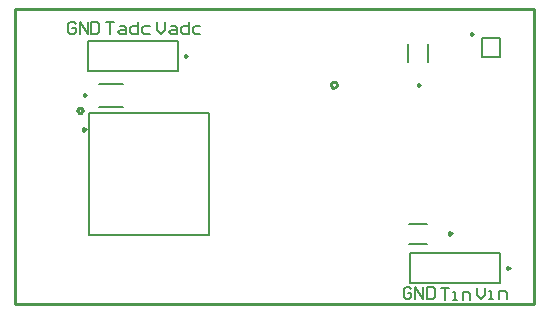
<source format=gto>
G04*
G04 #@! TF.GenerationSoftware,Altium Limited,Altium Designer,20.2.7 (254)*
G04*
G04 Layer_Color=65535*
%FSLAX43Y43*%
%MOMM*%
G71*
G04*
G04 #@! TF.SameCoordinates,DF3CF367-A293-4906-87DF-23C10940DAFD*
G04*
G04*
G04 #@! TF.FilePolarity,Positive*
G04*
G01*
G75*
%ADD10C,0.254*%
%ADD11C,0.250*%
%ADD12C,0.200*%
D10*
X27306Y18557D02*
X27203Y18771D01*
X26972Y18823D01*
X26787Y18676D01*
Y18439D01*
X26972Y18292D01*
X27203Y18344D01*
X27306Y18557D01*
X5782Y16420D02*
X5659Y16632D01*
X5414D01*
X5292Y16420D01*
X5414Y16208D01*
X5659D01*
X5782Y16420D01*
X44000Y18750D02*
Y25000D01*
Y0D02*
Y6250D01*
X0Y0D02*
Y25000D01*
X44000D01*
Y6250D02*
Y18750D01*
X0Y0D02*
X44000D01*
D11*
X14585Y21000D02*
X14398Y21108D01*
Y20892D01*
X14585Y21000D01*
X41907Y3066D02*
X41720Y3175D01*
Y2958D01*
X41907Y3066D01*
X37006Y5984D02*
X36818Y6092D01*
Y5875D01*
X37006Y5984D01*
X38836Y22874D02*
X38648Y22982D01*
Y22765D01*
X38836Y22874D01*
X34362Y18538D02*
X34175Y18646D01*
Y18430D01*
X34362Y18538D01*
X6011Y14781D02*
X5824Y14890D01*
Y14673D01*
X6011Y14781D01*
X6044Y17696D02*
X5857Y17804D01*
Y17587D01*
X6044Y17696D01*
D12*
X6190Y19755D02*
X13810D01*
X6190Y22245D02*
X13810D01*
Y19755D02*
Y22245D01*
X6190Y19755D02*
Y22245D01*
X33512Y1821D02*
X41132D01*
X33512Y4311D02*
X41132D01*
Y1821D02*
Y4311D01*
X33512Y1821D02*
Y4311D01*
X33431Y5084D02*
X34931D01*
X33431Y6784D02*
X34931D01*
X39566Y20914D02*
Y22514D01*
X41126D01*
X39566Y20914D02*
X41126D01*
Y22514D01*
X33337Y20488D02*
Y21988D01*
X35037Y20488D02*
Y21988D01*
X6276Y16166D02*
X16476D01*
X6276Y5806D02*
Y16166D01*
Y5806D02*
X16476D01*
Y16166D01*
X7169Y16721D02*
X9169D01*
X7169Y18671D02*
X9169D01*
X39172Y1400D02*
Y733D01*
X39505Y400D01*
X39838Y733D01*
Y1400D01*
X40171Y400D02*
X40505D01*
X40338D01*
Y1067D01*
X40171D01*
X41005Y400D02*
Y1067D01*
X41504D01*
X41671Y900D01*
Y400D01*
X36096Y1379D02*
X36763D01*
X36430D01*
Y379D01*
X37096D02*
X37429D01*
X37263D01*
Y1045D01*
X37096D01*
X37929Y379D02*
Y1045D01*
X38429D01*
X38596Y879D01*
Y379D01*
X33603Y1254D02*
X33436Y1421D01*
X33103D01*
X32936Y1254D01*
Y588D01*
X33103Y421D01*
X33436D01*
X33603Y588D01*
Y921D01*
X33269D01*
X33936Y421D02*
Y1421D01*
X34602Y421D01*
Y1421D01*
X34935D02*
Y421D01*
X35435D01*
X35602Y588D01*
Y1254D01*
X35435Y1421D01*
X34935D01*
X7772Y23876D02*
X8438D01*
X8105D01*
Y22877D01*
X8938Y23543D02*
X9271D01*
X9438Y23376D01*
Y22877D01*
X8938D01*
X8771Y23043D01*
X8938Y23210D01*
X9438D01*
X10437Y23876D02*
Y22877D01*
X9938D01*
X9771Y23043D01*
Y23376D01*
X9938Y23543D01*
X10437D01*
X11437D02*
X10937D01*
X10771Y23376D01*
Y23043D01*
X10937Y22877D01*
X11437D01*
X12069Y23876D02*
Y23210D01*
X12402Y22877D01*
X12736Y23210D01*
Y23876D01*
X13236Y23543D02*
X13569D01*
X13735Y23376D01*
Y22877D01*
X13236D01*
X13069Y23043D01*
X13236Y23210D01*
X13735D01*
X14735Y23876D02*
Y22877D01*
X14235D01*
X14069Y23043D01*
Y23376D01*
X14235Y23543D01*
X14735D01*
X15735D02*
X15235D01*
X15068Y23376D01*
Y23043D01*
X15235Y22877D01*
X15735D01*
X5176Y23728D02*
X5009Y23894D01*
X4676D01*
X4509Y23728D01*
Y23061D01*
X4676Y22895D01*
X5009D01*
X5176Y23061D01*
Y23395D01*
X4842D01*
X5509Y22895D02*
Y23894D01*
X6175Y22895D01*
Y23894D01*
X6509D02*
Y22895D01*
X7008D01*
X7175Y23061D01*
Y23728D01*
X7008Y23894D01*
X6509D01*
M02*

</source>
